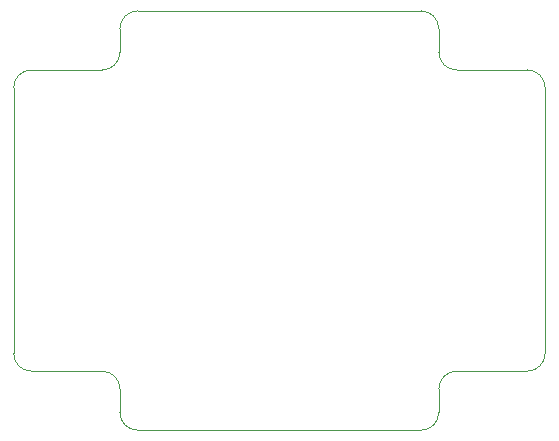
<source format=gko>
G04 #@! TF.GenerationSoftware,KiCad,Pcbnew,(5.1.4)-1*
G04 #@! TF.CreationDate,2019-12-12T20:41:28+01:00*
G04 #@! TF.ProjectId,30mhzLP,33306d68-7a4c-4502-9e6b-696361645f70,rev?*
G04 #@! TF.SameCoordinates,Original*
G04 #@! TF.FileFunction,Profile,NP*
%FSLAX46Y46*%
G04 Gerber Fmt 4.6, Leading zero omitted, Abs format (unit mm)*
G04 Created by KiCad (PCBNEW (5.1.4)-1) date 2019-12-12 20:41:28*
%MOMM*%
%LPD*%
G04 APERTURE LIST*
%ADD10C,0.050000*%
G04 APERTURE END LIST*
D10*
X117500000Y-125500000D02*
X123500000Y-125500000D01*
X117500000Y-125500000D02*
G75*
G02X116000000Y-124000000I0J1500000D01*
G01*
X126500000Y-130500000D02*
G75*
G02X125000000Y-129000000I0J1500000D01*
G01*
X125000000Y-129000000D02*
X125000000Y-127000000D01*
X123500000Y-125500000D02*
G75*
G02X125000000Y-127000000I0J-1500000D01*
G01*
X161000000Y-124000000D02*
G75*
G02X159500000Y-125500000I-1500000J0D01*
G01*
X153500000Y-125500000D02*
X159500000Y-125500000D01*
X152000000Y-129000000D02*
G75*
G02X150500000Y-130500000I-1500000J0D01*
G01*
X152000000Y-129000000D02*
X152000000Y-127000000D01*
X150500000Y-130500000D02*
X126500000Y-130500000D01*
X152000000Y-127000000D02*
G75*
G02X153500000Y-125500000I1500000J0D01*
G01*
X116000000Y-101500000D02*
G75*
G02X117500000Y-100000000I1500000J0D01*
G01*
X159500000Y-100000000D02*
X153500000Y-100000000D01*
X159500000Y-100000000D02*
G75*
G02X161000000Y-101500000I0J-1500000D01*
G01*
X125000000Y-96500000D02*
G75*
G02X126500000Y-95000000I1500000J0D01*
G01*
X125000000Y-96500000D02*
X125000000Y-98500000D01*
X125000000Y-98500000D02*
G75*
G02X123500000Y-100000000I-1500000J0D01*
G01*
X152000000Y-96500000D02*
X152000000Y-98500000D01*
X150500000Y-95000000D02*
G75*
G02X152000000Y-96500000I0J-1500000D01*
G01*
X123500000Y-100000000D02*
X117500000Y-100000000D01*
X153500000Y-100000000D02*
G75*
G02X152000000Y-98500000I0J1500000D01*
G01*
X116000000Y-124000000D02*
X116000000Y-101500000D01*
X161000000Y-101500000D02*
X161000000Y-124000000D01*
X126500000Y-95000000D02*
X150500000Y-95000000D01*
M02*

</source>
